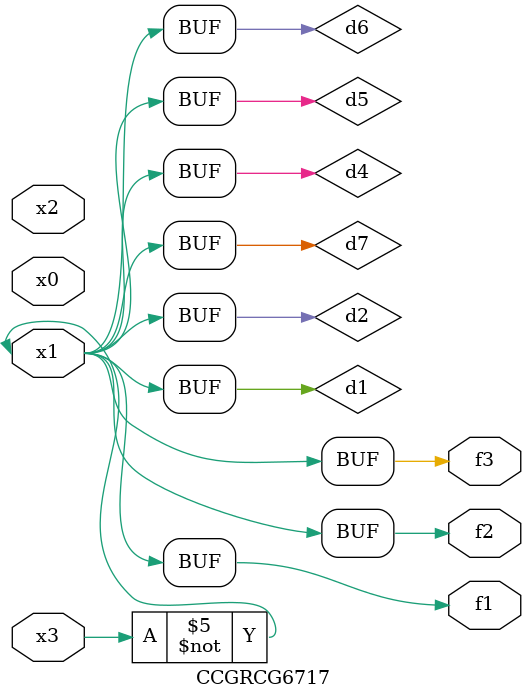
<source format=v>
module CCGRCG6717(
	input x0, x1, x2, x3,
	output f1, f2, f3
);

	wire d1, d2, d3, d4, d5, d6, d7;

	not (d1, x3);
	buf (d2, x1);
	xnor (d3, d1, d2);
	nor (d4, d1);
	buf (d5, d1, d2);
	buf (d6, d4, d5);
	nand (d7, d4);
	assign f1 = d6;
	assign f2 = d7;
	assign f3 = d6;
endmodule

</source>
